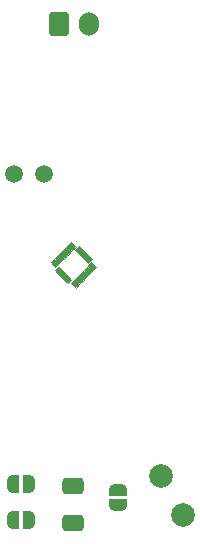
<source format=gbr>
%TF.GenerationSoftware,KiCad,Pcbnew,7.0.7*%
%TF.CreationDate,2023-11-13T21:50:39-08:00*%
%TF.ProjectId,Final_Project_Transmit,46696e61-6c5f-4507-926f-6a6563745f54,rev?*%
%TF.SameCoordinates,Original*%
%TF.FileFunction,Soldermask,Bot*%
%TF.FilePolarity,Negative*%
%FSLAX46Y46*%
G04 Gerber Fmt 4.6, Leading zero omitted, Abs format (unit mm)*
G04 Created by KiCad (PCBNEW 7.0.7) date 2023-11-13 21:50:39*
%MOMM*%
%LPD*%
G01*
G04 APERTURE LIST*
G04 Aperture macros list*
%AMRoundRect*
0 Rectangle with rounded corners*
0 $1 Rounding radius*
0 $2 $3 $4 $5 $6 $7 $8 $9 X,Y pos of 4 corners*
0 Add a 4 corners polygon primitive as box body*
4,1,4,$2,$3,$4,$5,$6,$7,$8,$9,$2,$3,0*
0 Add four circle primitives for the rounded corners*
1,1,$1+$1,$2,$3*
1,1,$1+$1,$4,$5*
1,1,$1+$1,$6,$7*
1,1,$1+$1,$8,$9*
0 Add four rect primitives between the rounded corners*
20,1,$1+$1,$2,$3,$4,$5,0*
20,1,$1+$1,$4,$5,$6,$7,0*
20,1,$1+$1,$6,$7,$8,$9,0*
20,1,$1+$1,$8,$9,$2,$3,0*%
%AMFreePoly0*
4,1,19,0.000000,0.744911,0.071157,0.744911,0.207708,0.704816,0.327430,0.627875,0.420627,0.520320,0.479746,0.390866,0.500000,0.250000,0.500000,-0.250000,0.479746,-0.390866,0.420627,-0.520320,0.327430,-0.627875,0.207708,-0.704816,0.071157,-0.744911,0.000000,-0.744911,0.000000,-0.750000,-0.500000,-0.750000,-0.500000,0.750000,0.000000,0.750000,0.000000,0.744911,0.000000,0.744911,
$1*%
%AMFreePoly1*
4,1,19,0.500000,-0.750000,0.000000,-0.750000,0.000000,-0.744911,-0.071157,-0.744911,-0.207708,-0.704816,-0.327430,-0.627875,-0.420627,-0.520320,-0.479746,-0.390866,-0.500000,-0.250000,-0.500000,0.250000,-0.479746,0.390866,-0.420627,0.520320,-0.327430,0.627875,-0.207708,0.704816,-0.071157,0.744911,0.000000,0.744911,0.000000,0.750000,0.500000,0.750000,0.500000,-0.750000,0.500000,-0.750000,
$1*%
G04 Aperture macros list end*
%ADD10C,0.010000*%
%ADD11C,2.000000*%
%ADD12C,1.500000*%
%ADD13RoundRect,0.250000X-0.600000X-0.750000X0.600000X-0.750000X0.600000X0.750000X-0.600000X0.750000X0*%
%ADD14O,1.700000X2.000000*%
%ADD15FreePoly0,180.000000*%
%ADD16FreePoly1,180.000000*%
%ADD17FreePoly0,270.000000*%
%ADD18FreePoly1,270.000000*%
%ADD19RoundRect,0.250000X0.650000X-0.412500X0.650000X0.412500X-0.650000X0.412500X-0.650000X-0.412500X0*%
G04 APERTURE END LIST*
%TO.C,U1*%
D10*
X100355636Y-76104559D02*
X100037438Y-76422757D01*
X99648529Y-76033849D01*
X99966727Y-75715651D01*
X100355636Y-76104559D01*
G36*
X100355636Y-76104559D02*
G01*
X100037438Y-76422757D01*
X99648529Y-76033849D01*
X99966727Y-75715651D01*
X100355636Y-76104559D01*
G37*
X100709189Y-75751006D02*
X100390991Y-76069204D01*
X100002082Y-75680295D01*
X100320280Y-75362097D01*
X100709189Y-75751006D01*
G36*
X100709189Y-75751006D02*
G01*
X100390991Y-76069204D01*
X100002082Y-75680295D01*
X100320280Y-75362097D01*
X100709189Y-75751006D01*
G37*
X101062743Y-75397453D02*
X100744545Y-75715651D01*
X100355636Y-75326742D01*
X100673834Y-75008544D01*
X101062743Y-75397453D01*
G36*
X101062743Y-75397453D02*
G01*
X100744545Y-75715651D01*
X100355636Y-75326742D01*
X100673834Y-75008544D01*
X101062743Y-75397453D01*
G37*
X101416296Y-75043899D02*
X101098098Y-75362097D01*
X100709189Y-74973188D01*
X101027387Y-74654990D01*
X101416296Y-75043899D01*
G36*
X101416296Y-75043899D02*
G01*
X101098098Y-75362097D01*
X100709189Y-74973188D01*
X101027387Y-74654990D01*
X101416296Y-75043899D01*
G37*
X101769849Y-74690346D02*
X101451651Y-75008544D01*
X101062743Y-74619635D01*
X101380941Y-74301437D01*
X101769849Y-74690346D01*
G36*
X101769849Y-74690346D02*
G01*
X101451651Y-75008544D01*
X101062743Y-74619635D01*
X101380941Y-74301437D01*
X101769849Y-74690346D01*
G37*
X100709189Y-76776311D02*
X100390991Y-77094509D01*
X100002082Y-76705600D01*
X100320280Y-76387402D01*
X100709189Y-76776311D01*
G36*
X100709189Y-76776311D02*
G01*
X100390991Y-77094509D01*
X100002082Y-76705600D01*
X100320280Y-76387402D01*
X100709189Y-76776311D01*
G37*
X102441601Y-75043899D02*
X102123403Y-75362097D01*
X101734494Y-74973188D01*
X102052692Y-74654990D01*
X102441601Y-75043899D01*
G36*
X102441601Y-75043899D02*
G01*
X102123403Y-75362097D01*
X101734494Y-74973188D01*
X102052692Y-74654990D01*
X102441601Y-75043899D01*
G37*
X101062743Y-77129864D02*
X100744545Y-77448062D01*
X100355636Y-77059153D01*
X100673834Y-76740955D01*
X101062743Y-77129864D01*
G36*
X101062743Y-77129864D02*
G01*
X100744545Y-77448062D01*
X100355636Y-77059153D01*
X100673834Y-76740955D01*
X101062743Y-77129864D01*
G37*
X102795154Y-75397453D02*
X102476956Y-75715651D01*
X102088047Y-75326742D01*
X102406245Y-75008544D01*
X102795154Y-75397453D01*
G36*
X102795154Y-75397453D02*
G01*
X102476956Y-75715651D01*
X102088047Y-75326742D01*
X102406245Y-75008544D01*
X102795154Y-75397453D01*
G37*
X101416296Y-77483418D02*
X101098098Y-77801616D01*
X100709189Y-77412707D01*
X101027387Y-77094509D01*
X101416296Y-77483418D01*
G36*
X101416296Y-77483418D02*
G01*
X101098098Y-77801616D01*
X100709189Y-77412707D01*
X101027387Y-77094509D01*
X101416296Y-77483418D01*
G37*
X103148708Y-75751006D02*
X102830510Y-76069204D01*
X102441601Y-75680295D01*
X102759799Y-75362097D01*
X103148708Y-75751006D01*
G36*
X103148708Y-75751006D02*
G01*
X102830510Y-76069204D01*
X102441601Y-75680295D01*
X102759799Y-75362097D01*
X103148708Y-75751006D01*
G37*
X102088047Y-77836971D02*
X101769849Y-78155169D01*
X101380941Y-77766260D01*
X101699139Y-77448062D01*
X102088047Y-77836971D01*
G36*
X102088047Y-77836971D02*
G01*
X101769849Y-78155169D01*
X101380941Y-77766260D01*
X101699139Y-77448062D01*
X102088047Y-77836971D01*
G37*
X102441601Y-77483418D02*
X102123403Y-77801616D01*
X101734494Y-77412707D01*
X102052692Y-77094509D01*
X102441601Y-77483418D01*
G36*
X102441601Y-77483418D02*
G01*
X102123403Y-77801616D01*
X101734494Y-77412707D01*
X102052692Y-77094509D01*
X102441601Y-77483418D01*
G37*
X102795154Y-77129864D02*
X102476956Y-77448062D01*
X102088047Y-77059153D01*
X102406245Y-76740955D01*
X102795154Y-77129864D01*
G36*
X102795154Y-77129864D02*
G01*
X102476956Y-77448062D01*
X102088047Y-77059153D01*
X102406245Y-76740955D01*
X102795154Y-77129864D01*
G37*
X103148708Y-76776311D02*
X102830510Y-77094509D01*
X102441601Y-76705600D01*
X102759799Y-76387402D01*
X103148708Y-76776311D01*
G36*
X103148708Y-76776311D02*
G01*
X102830510Y-77094509D01*
X102441601Y-76705600D01*
X102759799Y-76387402D01*
X103148708Y-76776311D01*
G37*
X103502261Y-76422757D02*
X103184063Y-76740955D01*
X102795154Y-76352047D01*
X103113352Y-76033849D01*
X103502261Y-76422757D01*
G36*
X103502261Y-76422757D02*
G01*
X103184063Y-76740955D01*
X102795154Y-76352047D01*
X103113352Y-76033849D01*
X103502261Y-76422757D01*
G37*
%TD*%
D11*
%TO.C,TP8*%
X108975235Y-94153045D03*
%TD*%
%TO.C,TP7*%
X110886280Y-97391122D03*
%TD*%
D12*
%TO.C,TP4*%
X99060000Y-68580000D03*
%TD*%
%TO.C,TP3*%
X96520000Y-68580000D03*
%TD*%
D13*
%TO.C,BT1*%
X100370000Y-55880000D03*
D14*
X102870000Y-55880000D03*
%TD*%
D15*
%TO.C,JP4*%
X96499145Y-94778186D03*
D16*
X97799145Y-94778186D03*
%TD*%
D15*
%TO.C,JP1*%
X96495395Y-97818303D03*
D16*
X97795395Y-97818303D03*
%TD*%
D17*
%TO.C,JP5*%
X105385395Y-96578302D03*
D18*
X105385395Y-95278302D03*
%TD*%
D19*
%TO.C,C4*%
X101575395Y-94985803D03*
X101575395Y-98110803D03*
%TD*%
M02*

</source>
